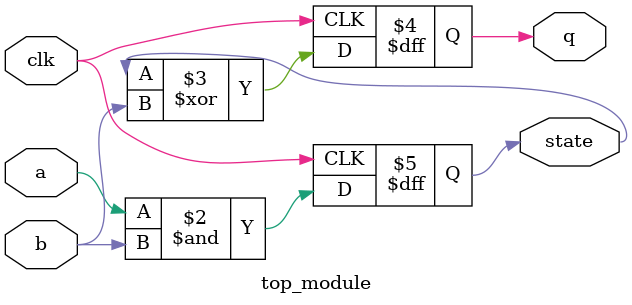
<source format=sv>
module top_module (
    input clk,
    input a,
    input b,
    output reg q,
    output reg state
);

    always @(posedge clk) begin
        state <= a & b;
        q <= state ^ b;
    end

endmodule

</source>
